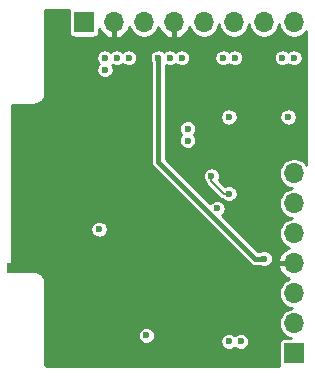
<source format=gbr>
G04 #@! TF.GenerationSoftware,KiCad,Pcbnew,(5.1.5)-3*
G04 #@! TF.CreationDate,2020-11-27T19:53:37+01:00*
G04 #@! TF.ProjectId,nRF52832-toyboard,6e524635-3238-4333-922d-746f79626f61,rev?*
G04 #@! TF.SameCoordinates,Original*
G04 #@! TF.FileFunction,Copper,L4,Bot*
G04 #@! TF.FilePolarity,Positive*
%FSLAX46Y46*%
G04 Gerber Fmt 4.6, Leading zero omitted, Abs format (unit mm)*
G04 Created by KiCad (PCBNEW (5.1.5)-3) date 2020-11-27 19:53:37*
%MOMM*%
%LPD*%
G04 APERTURE LIST*
%ADD10O,1.700000X1.700000*%
%ADD11R,1.700000X1.700000*%
%ADD12R,0.500000X0.900000*%
%ADD13C,0.600000*%
%ADD14C,0.400000*%
%ADD15C,0.200000*%
%ADD16C,0.254000*%
G04 APERTURE END LIST*
D10*
X154000000Y-98760000D03*
X154000000Y-101300000D03*
X154000000Y-103840000D03*
X154000000Y-106380000D03*
X154000000Y-108920000D03*
X154000000Y-111460000D03*
D11*
X154000000Y-114000000D03*
D10*
X154000000Y-86000000D03*
X151460000Y-86000000D03*
X148920000Y-86000000D03*
X146380000Y-86000000D03*
X143840000Y-86000000D03*
X141300000Y-86000000D03*
X138760000Y-86000000D03*
D11*
X136220000Y-86000000D03*
D12*
X130000000Y-106750000D03*
D13*
X133500000Y-114500000D03*
X133500000Y-109500000D03*
X133500000Y-85500000D03*
X133500000Y-88000000D03*
X130500000Y-93500000D03*
X130500000Y-97000000D03*
X130500000Y-99000000D03*
X130500000Y-101000000D03*
X130500000Y-103000000D03*
X154500000Y-91000000D03*
X154500000Y-92000000D03*
X149500000Y-91000000D03*
X149500000Y-92000000D03*
X130500000Y-95000000D03*
X150500000Y-110500000D03*
X151500000Y-111500000D03*
X151500000Y-112500000D03*
X150500000Y-109500000D03*
X136500000Y-108500000D03*
X136500000Y-109500000D03*
X143000000Y-111500000D03*
X143000000Y-112500000D03*
X151000000Y-104000000D03*
X151000000Y-96500000D03*
X148500000Y-106000000D03*
X145000000Y-91000000D03*
X145000000Y-92000000D03*
X145000000Y-93000000D03*
X145000000Y-94000000D03*
X148500000Y-101750000D03*
X134750000Y-111750000D03*
X140250000Y-114500000D03*
X146000000Y-105000000D03*
X133500000Y-105750000D03*
X134500000Y-106500000D03*
X135000000Y-104000000D03*
X136000000Y-105000000D03*
X134000000Y-103000000D03*
X132500000Y-103000000D03*
X131000000Y-106750000D03*
X133500000Y-112000000D03*
X136500000Y-107500000D03*
X132500000Y-106750000D03*
X139500000Y-88000000D03*
X138500000Y-88000000D03*
X135500000Y-95000000D03*
X134500000Y-95000000D03*
X146000000Y-106250000D03*
X146000000Y-107750000D03*
X142000000Y-105000000D03*
X142000000Y-106250000D03*
X143250000Y-106250000D03*
X144750000Y-106250000D03*
X144750000Y-105000000D03*
X143250000Y-105000000D03*
X146000000Y-109000000D03*
X142000000Y-109000000D03*
X142000000Y-107750000D03*
X143250000Y-107750000D03*
X144750000Y-107750000D03*
X144750000Y-109000000D03*
X143250000Y-109000000D03*
X142000000Y-114500000D03*
X149000000Y-114500000D03*
X151500000Y-114500000D03*
X154500000Y-96000000D03*
X154500000Y-94500000D03*
X135500000Y-107500000D03*
X144000000Y-88000000D03*
X143000000Y-88000000D03*
X137500000Y-103500000D03*
X145000000Y-95000000D03*
X145000000Y-96000000D03*
X148500000Y-94000000D03*
X153500000Y-94000000D03*
X141500000Y-112500000D03*
X148500000Y-113000000D03*
X149500000Y-113000000D03*
X147500000Y-101750000D03*
X140000000Y-89000000D03*
X139000000Y-89000000D03*
X138000000Y-89000000D03*
X138000000Y-90000000D03*
X143500000Y-89000000D03*
X144500000Y-89000000D03*
X142500000Y-89000000D03*
X154000000Y-89000000D03*
X153000000Y-89000000D03*
X148000000Y-89000000D03*
X149000000Y-89000000D03*
X151500000Y-106000000D03*
X148500000Y-100500000D03*
X147000000Y-99000000D03*
D14*
X150713998Y-106000000D02*
X151075736Y-106000000D01*
X142500000Y-97786002D02*
X150713998Y-106000000D01*
X151075736Y-106000000D02*
X151500000Y-106000000D01*
X142500000Y-89000000D02*
X142500000Y-97786002D01*
D15*
X148075736Y-100500000D02*
X148500000Y-100500000D01*
X147000000Y-99424264D02*
X148075736Y-100500000D01*
X147000000Y-99000000D02*
X147000000Y-99424264D01*
D16*
G36*
X134973595Y-84985804D02*
G01*
X134949178Y-85066293D01*
X134940934Y-85150000D01*
X134940934Y-86850000D01*
X134949178Y-86933707D01*
X134973595Y-87014196D01*
X135013245Y-87088376D01*
X135066605Y-87153395D01*
X135131624Y-87206755D01*
X135205804Y-87246405D01*
X135286293Y-87270822D01*
X135370000Y-87279066D01*
X137070000Y-87279066D01*
X137153707Y-87270822D01*
X137234196Y-87246405D01*
X137308376Y-87206755D01*
X137373395Y-87153395D01*
X137426755Y-87088376D01*
X137466405Y-87014196D01*
X137490822Y-86933707D01*
X137499066Y-86850000D01*
X137499066Y-86551438D01*
X137625705Y-86780713D01*
X137799810Y-86987002D01*
X138010814Y-87155361D01*
X138250609Y-87279320D01*
X138472791Y-87346715D01*
X138687000Y-87243108D01*
X138687000Y-86073000D01*
X138667000Y-86073000D01*
X138667000Y-85927000D01*
X138687000Y-85927000D01*
X138687000Y-85907000D01*
X138833000Y-85907000D01*
X138833000Y-85927000D01*
X138853000Y-85927000D01*
X138853000Y-86073000D01*
X138833000Y-86073000D01*
X138833000Y-87243108D01*
X139047209Y-87346715D01*
X139269391Y-87279320D01*
X139509186Y-87155361D01*
X139720190Y-86987002D01*
X139894295Y-86780713D01*
X140024809Y-86544422D01*
X140076307Y-86382706D01*
X140168337Y-86604886D01*
X140308089Y-86814040D01*
X140485960Y-86991911D01*
X140695114Y-87131663D01*
X140927513Y-87227926D01*
X141174226Y-87277000D01*
X141425774Y-87277000D01*
X141672487Y-87227926D01*
X141904886Y-87131663D01*
X142114040Y-86991911D01*
X142291911Y-86814040D01*
X142431663Y-86604886D01*
X142523693Y-86382706D01*
X142575191Y-86544422D01*
X142705705Y-86780713D01*
X142879810Y-86987002D01*
X143090814Y-87155361D01*
X143330609Y-87279320D01*
X143552791Y-87346715D01*
X143767000Y-87243108D01*
X143767000Y-86073000D01*
X143747000Y-86073000D01*
X143747000Y-85927000D01*
X143767000Y-85927000D01*
X143767000Y-85907000D01*
X143913000Y-85907000D01*
X143913000Y-85927000D01*
X143933000Y-85927000D01*
X143933000Y-86073000D01*
X143913000Y-86073000D01*
X143913000Y-87243108D01*
X144127209Y-87346715D01*
X144349391Y-87279320D01*
X144589186Y-87155361D01*
X144800190Y-86987002D01*
X144974295Y-86780713D01*
X145104809Y-86544422D01*
X145156307Y-86382706D01*
X145248337Y-86604886D01*
X145388089Y-86814040D01*
X145565960Y-86991911D01*
X145775114Y-87131663D01*
X146007513Y-87227926D01*
X146254226Y-87277000D01*
X146505774Y-87277000D01*
X146752487Y-87227926D01*
X146984886Y-87131663D01*
X147194040Y-86991911D01*
X147371911Y-86814040D01*
X147511663Y-86604886D01*
X147607926Y-86372487D01*
X147650000Y-86160966D01*
X147692074Y-86372487D01*
X147788337Y-86604886D01*
X147928089Y-86814040D01*
X148105960Y-86991911D01*
X148315114Y-87131663D01*
X148547513Y-87227926D01*
X148794226Y-87277000D01*
X149045774Y-87277000D01*
X149292487Y-87227926D01*
X149524886Y-87131663D01*
X149734040Y-86991911D01*
X149911911Y-86814040D01*
X150051663Y-86604886D01*
X150147926Y-86372487D01*
X150190000Y-86160966D01*
X150232074Y-86372487D01*
X150328337Y-86604886D01*
X150468089Y-86814040D01*
X150645960Y-86991911D01*
X150855114Y-87131663D01*
X151087513Y-87227926D01*
X151334226Y-87277000D01*
X151585774Y-87277000D01*
X151832487Y-87227926D01*
X152064886Y-87131663D01*
X152274040Y-86991911D01*
X152451911Y-86814040D01*
X152591663Y-86604886D01*
X152687926Y-86372487D01*
X152730000Y-86160966D01*
X152772074Y-86372487D01*
X152868337Y-86604886D01*
X153008089Y-86814040D01*
X153185960Y-86991911D01*
X153395114Y-87131663D01*
X153627513Y-87227926D01*
X153874226Y-87277000D01*
X154125774Y-87277000D01*
X154372487Y-87227926D01*
X154604886Y-87131663D01*
X154814040Y-86991911D01*
X154991911Y-86814040D01*
X155048001Y-86730095D01*
X155048001Y-98029904D01*
X154991911Y-97945960D01*
X154814040Y-97768089D01*
X154604886Y-97628337D01*
X154372487Y-97532074D01*
X154125774Y-97483000D01*
X153874226Y-97483000D01*
X153627513Y-97532074D01*
X153395114Y-97628337D01*
X153185960Y-97768089D01*
X153008089Y-97945960D01*
X152868337Y-98155114D01*
X152772074Y-98387513D01*
X152723000Y-98634226D01*
X152723000Y-98885774D01*
X152772074Y-99132487D01*
X152868337Y-99364886D01*
X153008089Y-99574040D01*
X153185960Y-99751911D01*
X153395114Y-99891663D01*
X153627513Y-99987926D01*
X153839034Y-100030000D01*
X153627513Y-100072074D01*
X153395114Y-100168337D01*
X153185960Y-100308089D01*
X153008089Y-100485960D01*
X152868337Y-100695114D01*
X152772074Y-100927513D01*
X152723000Y-101174226D01*
X152723000Y-101425774D01*
X152772074Y-101672487D01*
X152868337Y-101904886D01*
X153008089Y-102114040D01*
X153185960Y-102291911D01*
X153395114Y-102431663D01*
X153627513Y-102527926D01*
X153839034Y-102570000D01*
X153627513Y-102612074D01*
X153395114Y-102708337D01*
X153185960Y-102848089D01*
X153008089Y-103025960D01*
X152868337Y-103235114D01*
X152772074Y-103467513D01*
X152723000Y-103714226D01*
X152723000Y-103965774D01*
X152772074Y-104212487D01*
X152868337Y-104444886D01*
X153008089Y-104654040D01*
X153185960Y-104831911D01*
X153395114Y-104971663D01*
X153617294Y-105063693D01*
X153455578Y-105115191D01*
X153219287Y-105245705D01*
X153012998Y-105419810D01*
X152844639Y-105630814D01*
X152720680Y-105870609D01*
X152653285Y-106092791D01*
X152756892Y-106307000D01*
X153927000Y-106307000D01*
X153927000Y-106287000D01*
X154073000Y-106287000D01*
X154073000Y-106307000D01*
X154093000Y-106307000D01*
X154093000Y-106453000D01*
X154073000Y-106453000D01*
X154073000Y-106473000D01*
X153927000Y-106473000D01*
X153927000Y-106453000D01*
X152756892Y-106453000D01*
X152653285Y-106667209D01*
X152720680Y-106889391D01*
X152844639Y-107129186D01*
X153012998Y-107340190D01*
X153219287Y-107514295D01*
X153455578Y-107644809D01*
X153617294Y-107696307D01*
X153395114Y-107788337D01*
X153185960Y-107928089D01*
X153008089Y-108105960D01*
X152868337Y-108315114D01*
X152772074Y-108547513D01*
X152723000Y-108794226D01*
X152723000Y-109045774D01*
X152772074Y-109292487D01*
X152868337Y-109524886D01*
X153008089Y-109734040D01*
X153185960Y-109911911D01*
X153395114Y-110051663D01*
X153627513Y-110147926D01*
X153839034Y-110190000D01*
X153627513Y-110232074D01*
X153395114Y-110328337D01*
X153185960Y-110468089D01*
X153008089Y-110645960D01*
X152868337Y-110855114D01*
X152772074Y-111087513D01*
X152723000Y-111334226D01*
X152723000Y-111585774D01*
X152772074Y-111832487D01*
X152868337Y-112064886D01*
X153008089Y-112274040D01*
X153185960Y-112451911D01*
X153395114Y-112591663D01*
X153627513Y-112687926D01*
X153793456Y-112720934D01*
X153150000Y-112720934D01*
X153066293Y-112729178D01*
X152985804Y-112753595D01*
X152911624Y-112793245D01*
X152846605Y-112846605D01*
X152793245Y-112911624D01*
X152753595Y-112985804D01*
X152729178Y-113066293D01*
X152720934Y-113150000D01*
X152720934Y-114850000D01*
X152729178Y-114933707D01*
X152753595Y-115014196D01*
X152771664Y-115048000D01*
X133022106Y-115048000D01*
X132991098Y-115044960D01*
X132982535Y-115042374D01*
X132974638Y-115038176D01*
X132967703Y-115032519D01*
X132962004Y-115025630D01*
X132957748Y-115017760D01*
X132955103Y-115009216D01*
X132952000Y-114979689D01*
X132952000Y-112428397D01*
X140773000Y-112428397D01*
X140773000Y-112571603D01*
X140800938Y-112712058D01*
X140855741Y-112844364D01*
X140935302Y-112963436D01*
X141036564Y-113064698D01*
X141155636Y-113144259D01*
X141287942Y-113199062D01*
X141428397Y-113227000D01*
X141571603Y-113227000D01*
X141712058Y-113199062D01*
X141844364Y-113144259D01*
X141963436Y-113064698D01*
X142064698Y-112963436D01*
X142088110Y-112928397D01*
X147773000Y-112928397D01*
X147773000Y-113071603D01*
X147800938Y-113212058D01*
X147855741Y-113344364D01*
X147935302Y-113463436D01*
X148036564Y-113564698D01*
X148155636Y-113644259D01*
X148287942Y-113699062D01*
X148428397Y-113727000D01*
X148571603Y-113727000D01*
X148712058Y-113699062D01*
X148844364Y-113644259D01*
X148963436Y-113564698D01*
X149000000Y-113528134D01*
X149036564Y-113564698D01*
X149155636Y-113644259D01*
X149287942Y-113699062D01*
X149428397Y-113727000D01*
X149571603Y-113727000D01*
X149712058Y-113699062D01*
X149844364Y-113644259D01*
X149963436Y-113564698D01*
X150064698Y-113463436D01*
X150144259Y-113344364D01*
X150199062Y-113212058D01*
X150227000Y-113071603D01*
X150227000Y-112928397D01*
X150199062Y-112787942D01*
X150144259Y-112655636D01*
X150064698Y-112536564D01*
X149963436Y-112435302D01*
X149844364Y-112355741D01*
X149712058Y-112300938D01*
X149571603Y-112273000D01*
X149428397Y-112273000D01*
X149287942Y-112300938D01*
X149155636Y-112355741D01*
X149036564Y-112435302D01*
X149000000Y-112471866D01*
X148963436Y-112435302D01*
X148844364Y-112355741D01*
X148712058Y-112300938D01*
X148571603Y-112273000D01*
X148428397Y-112273000D01*
X148287942Y-112300938D01*
X148155636Y-112355741D01*
X148036564Y-112435302D01*
X147935302Y-112536564D01*
X147855741Y-112655636D01*
X147800938Y-112787942D01*
X147773000Y-112928397D01*
X142088110Y-112928397D01*
X142144259Y-112844364D01*
X142199062Y-112712058D01*
X142227000Y-112571603D01*
X142227000Y-112428397D01*
X142199062Y-112287942D01*
X142144259Y-112155636D01*
X142064698Y-112036564D01*
X141963436Y-111935302D01*
X141844364Y-111855741D01*
X141712058Y-111800938D01*
X141571603Y-111773000D01*
X141428397Y-111773000D01*
X141287942Y-111800938D01*
X141155636Y-111855741D01*
X141036564Y-111935302D01*
X140935302Y-112036564D01*
X140855741Y-112155636D01*
X140800938Y-112287942D01*
X140773000Y-112428397D01*
X132952000Y-112428397D01*
X132952000Y-107977795D01*
X132950107Y-107958573D01*
X132950128Y-107955544D01*
X132949512Y-107949263D01*
X132939312Y-107852215D01*
X132931077Y-107812097D01*
X132923398Y-107771843D01*
X132921574Y-107765801D01*
X132892718Y-107672582D01*
X132876831Y-107634789D01*
X132861495Y-107596830D01*
X132858532Y-107591257D01*
X132812119Y-107505420D01*
X132789212Y-107471458D01*
X132766779Y-107437178D01*
X132762798Y-107432298D01*
X132762790Y-107432286D01*
X132762781Y-107432277D01*
X132700588Y-107357099D01*
X132671526Y-107328238D01*
X132642860Y-107298965D01*
X132637997Y-107294942D01*
X132637994Y-107294939D01*
X132637990Y-107294937D01*
X132562376Y-107233266D01*
X132528240Y-107210586D01*
X132494446Y-107187447D01*
X132488895Y-107184445D01*
X132402734Y-107138634D01*
X132364896Y-107123038D01*
X132327208Y-107106885D01*
X132321179Y-107105019D01*
X132227761Y-107076814D01*
X132187566Y-107068855D01*
X132147500Y-107060339D01*
X132141229Y-107059680D01*
X132141226Y-107059679D01*
X132141223Y-107059679D01*
X132044106Y-107050157D01*
X132044105Y-107050157D01*
X132022205Y-107048000D01*
X130127000Y-107048000D01*
X130127000Y-103428397D01*
X136773000Y-103428397D01*
X136773000Y-103571603D01*
X136800938Y-103712058D01*
X136855741Y-103844364D01*
X136935302Y-103963436D01*
X137036564Y-104064698D01*
X137155636Y-104144259D01*
X137287942Y-104199062D01*
X137428397Y-104227000D01*
X137571603Y-104227000D01*
X137712058Y-104199062D01*
X137844364Y-104144259D01*
X137963436Y-104064698D01*
X138064698Y-103963436D01*
X138144259Y-103844364D01*
X138199062Y-103712058D01*
X138227000Y-103571603D01*
X138227000Y-103428397D01*
X138199062Y-103287942D01*
X138144259Y-103155636D01*
X138064698Y-103036564D01*
X137963436Y-102935302D01*
X137844364Y-102855741D01*
X137712058Y-102800938D01*
X137571603Y-102773000D01*
X137428397Y-102773000D01*
X137287942Y-102800938D01*
X137155636Y-102855741D01*
X137036564Y-102935302D01*
X136935302Y-103036564D01*
X136855741Y-103155636D01*
X136800938Y-103287942D01*
X136773000Y-103428397D01*
X130127000Y-103428397D01*
X130127000Y-92952000D01*
X132022205Y-92952000D01*
X132041427Y-92950107D01*
X132044456Y-92950128D01*
X132050737Y-92949512D01*
X132147786Y-92939312D01*
X132187917Y-92931074D01*
X132228157Y-92923398D01*
X132234199Y-92921574D01*
X132327418Y-92892718D01*
X132365211Y-92876831D01*
X132403170Y-92861495D01*
X132408732Y-92858538D01*
X132408740Y-92858534D01*
X132408747Y-92858529D01*
X132494580Y-92812119D01*
X132528526Y-92789222D01*
X132562822Y-92766779D01*
X132567707Y-92762794D01*
X132567713Y-92762790D01*
X132567718Y-92762785D01*
X132642901Y-92700589D01*
X132671781Y-92671507D01*
X132701035Y-92642860D01*
X132705058Y-92637997D01*
X132705061Y-92637994D01*
X132705063Y-92637990D01*
X132766734Y-92562376D01*
X132789412Y-92528243D01*
X132812553Y-92494447D01*
X132815545Y-92488911D01*
X132815552Y-92488901D01*
X132815556Y-92488891D01*
X132861366Y-92402734D01*
X132876962Y-92364896D01*
X132893115Y-92327208D01*
X132894981Y-92321179D01*
X132923186Y-92227761D01*
X132931148Y-92187552D01*
X132939661Y-92147499D01*
X132940321Y-92141223D01*
X132949843Y-92044105D01*
X132952000Y-92022205D01*
X132952000Y-88928397D01*
X137273000Y-88928397D01*
X137273000Y-89071603D01*
X137300938Y-89212058D01*
X137355741Y-89344364D01*
X137435302Y-89463436D01*
X137471866Y-89500000D01*
X137435302Y-89536564D01*
X137355741Y-89655636D01*
X137300938Y-89787942D01*
X137273000Y-89928397D01*
X137273000Y-90071603D01*
X137300938Y-90212058D01*
X137355741Y-90344364D01*
X137435302Y-90463436D01*
X137536564Y-90564698D01*
X137655636Y-90644259D01*
X137787942Y-90699062D01*
X137928397Y-90727000D01*
X138071603Y-90727000D01*
X138212058Y-90699062D01*
X138344364Y-90644259D01*
X138463436Y-90564698D01*
X138564698Y-90463436D01*
X138644259Y-90344364D01*
X138699062Y-90212058D01*
X138727000Y-90071603D01*
X138727000Y-89928397D01*
X138699062Y-89787942D01*
X138644259Y-89655636D01*
X138621350Y-89621350D01*
X138655636Y-89644259D01*
X138787942Y-89699062D01*
X138928397Y-89727000D01*
X139071603Y-89727000D01*
X139212058Y-89699062D01*
X139344364Y-89644259D01*
X139463436Y-89564698D01*
X139500000Y-89528134D01*
X139536564Y-89564698D01*
X139655636Y-89644259D01*
X139787942Y-89699062D01*
X139928397Y-89727000D01*
X140071603Y-89727000D01*
X140212058Y-89699062D01*
X140344364Y-89644259D01*
X140463436Y-89564698D01*
X140564698Y-89463436D01*
X140644259Y-89344364D01*
X140699062Y-89212058D01*
X140727000Y-89071603D01*
X140727000Y-88928397D01*
X141773000Y-88928397D01*
X141773000Y-89071603D01*
X141800938Y-89212058D01*
X141855741Y-89344364D01*
X141873000Y-89370194D01*
X141873001Y-97755198D01*
X141869967Y-97786002D01*
X141882073Y-97908914D01*
X141893311Y-97945960D01*
X141917926Y-98027105D01*
X141976148Y-98136030D01*
X142054500Y-98231503D01*
X142078423Y-98251136D01*
X150248864Y-106421578D01*
X150268497Y-106445501D01*
X150363970Y-106523853D01*
X150472895Y-106582075D01*
X150591085Y-106617927D01*
X150683204Y-106627000D01*
X150683205Y-106627000D01*
X150713997Y-106630033D01*
X150744789Y-106627000D01*
X151129806Y-106627000D01*
X151155636Y-106644259D01*
X151287942Y-106699062D01*
X151428397Y-106727000D01*
X151571603Y-106727000D01*
X151712058Y-106699062D01*
X151844364Y-106644259D01*
X151963436Y-106564698D01*
X152064698Y-106463436D01*
X152144259Y-106344364D01*
X152199062Y-106212058D01*
X152227000Y-106071603D01*
X152227000Y-105928397D01*
X152199062Y-105787942D01*
X152144259Y-105655636D01*
X152064698Y-105536564D01*
X151963436Y-105435302D01*
X151844364Y-105355741D01*
X151712058Y-105300938D01*
X151571603Y-105273000D01*
X151428397Y-105273000D01*
X151287942Y-105300938D01*
X151155636Y-105355741D01*
X151129806Y-105373000D01*
X150973710Y-105373000D01*
X147934645Y-102333935D01*
X147963436Y-102314698D01*
X148064698Y-102213436D01*
X148144259Y-102094364D01*
X148199062Y-101962058D01*
X148227000Y-101821603D01*
X148227000Y-101678397D01*
X148199062Y-101537942D01*
X148144259Y-101405636D01*
X148064698Y-101286564D01*
X147963436Y-101185302D01*
X147844364Y-101105741D01*
X147712058Y-101050938D01*
X147571603Y-101023000D01*
X147428397Y-101023000D01*
X147287942Y-101050938D01*
X147155636Y-101105741D01*
X147036564Y-101185302D01*
X146935302Y-101286564D01*
X146916065Y-101315355D01*
X144529107Y-98928397D01*
X146273000Y-98928397D01*
X146273000Y-99071603D01*
X146300938Y-99212058D01*
X146355741Y-99344364D01*
X146435302Y-99463436D01*
X146478571Y-99506705D01*
X146480626Y-99527573D01*
X146510761Y-99626913D01*
X146510762Y-99626914D01*
X146559697Y-99718466D01*
X146625553Y-99798712D01*
X146645662Y-99815215D01*
X147684785Y-100854339D01*
X147701288Y-100874448D01*
X147781534Y-100940304D01*
X147873086Y-100989239D01*
X147972426Y-101019374D01*
X147993295Y-101021429D01*
X148036564Y-101064698D01*
X148155636Y-101144259D01*
X148287942Y-101199062D01*
X148428397Y-101227000D01*
X148571603Y-101227000D01*
X148712058Y-101199062D01*
X148844364Y-101144259D01*
X148963436Y-101064698D01*
X149064698Y-100963436D01*
X149144259Y-100844364D01*
X149199062Y-100712058D01*
X149227000Y-100571603D01*
X149227000Y-100428397D01*
X149199062Y-100287942D01*
X149144259Y-100155636D01*
X149064698Y-100036564D01*
X148963436Y-99935302D01*
X148844364Y-99855741D01*
X148712058Y-99800938D01*
X148571603Y-99773000D01*
X148428397Y-99773000D01*
X148287942Y-99800938D01*
X148170578Y-99849552D01*
X147650448Y-99329423D01*
X147699062Y-99212058D01*
X147727000Y-99071603D01*
X147727000Y-98928397D01*
X147699062Y-98787942D01*
X147644259Y-98655636D01*
X147564698Y-98536564D01*
X147463436Y-98435302D01*
X147344364Y-98355741D01*
X147212058Y-98300938D01*
X147071603Y-98273000D01*
X146928397Y-98273000D01*
X146787942Y-98300938D01*
X146655636Y-98355741D01*
X146536564Y-98435302D01*
X146435302Y-98536564D01*
X146355741Y-98655636D01*
X146300938Y-98787942D01*
X146273000Y-98928397D01*
X144529107Y-98928397D01*
X143127000Y-97526291D01*
X143127000Y-94928397D01*
X144273000Y-94928397D01*
X144273000Y-95071603D01*
X144300938Y-95212058D01*
X144355741Y-95344364D01*
X144435302Y-95463436D01*
X144471866Y-95500000D01*
X144435302Y-95536564D01*
X144355741Y-95655636D01*
X144300938Y-95787942D01*
X144273000Y-95928397D01*
X144273000Y-96071603D01*
X144300938Y-96212058D01*
X144355741Y-96344364D01*
X144435302Y-96463436D01*
X144536564Y-96564698D01*
X144655636Y-96644259D01*
X144787942Y-96699062D01*
X144928397Y-96727000D01*
X145071603Y-96727000D01*
X145212058Y-96699062D01*
X145344364Y-96644259D01*
X145463436Y-96564698D01*
X145564698Y-96463436D01*
X145644259Y-96344364D01*
X145699062Y-96212058D01*
X145727000Y-96071603D01*
X145727000Y-95928397D01*
X145699062Y-95787942D01*
X145644259Y-95655636D01*
X145564698Y-95536564D01*
X145528134Y-95500000D01*
X145564698Y-95463436D01*
X145644259Y-95344364D01*
X145699062Y-95212058D01*
X145727000Y-95071603D01*
X145727000Y-94928397D01*
X145699062Y-94787942D01*
X145644259Y-94655636D01*
X145564698Y-94536564D01*
X145463436Y-94435302D01*
X145344364Y-94355741D01*
X145212058Y-94300938D01*
X145071603Y-94273000D01*
X144928397Y-94273000D01*
X144787942Y-94300938D01*
X144655636Y-94355741D01*
X144536564Y-94435302D01*
X144435302Y-94536564D01*
X144355741Y-94655636D01*
X144300938Y-94787942D01*
X144273000Y-94928397D01*
X143127000Y-94928397D01*
X143127000Y-93928397D01*
X147773000Y-93928397D01*
X147773000Y-94071603D01*
X147800938Y-94212058D01*
X147855741Y-94344364D01*
X147935302Y-94463436D01*
X148036564Y-94564698D01*
X148155636Y-94644259D01*
X148287942Y-94699062D01*
X148428397Y-94727000D01*
X148571603Y-94727000D01*
X148712058Y-94699062D01*
X148844364Y-94644259D01*
X148963436Y-94564698D01*
X149064698Y-94463436D01*
X149144259Y-94344364D01*
X149199062Y-94212058D01*
X149227000Y-94071603D01*
X149227000Y-93928397D01*
X152773000Y-93928397D01*
X152773000Y-94071603D01*
X152800938Y-94212058D01*
X152855741Y-94344364D01*
X152935302Y-94463436D01*
X153036564Y-94564698D01*
X153155636Y-94644259D01*
X153287942Y-94699062D01*
X153428397Y-94727000D01*
X153571603Y-94727000D01*
X153712058Y-94699062D01*
X153844364Y-94644259D01*
X153963436Y-94564698D01*
X154064698Y-94463436D01*
X154144259Y-94344364D01*
X154199062Y-94212058D01*
X154227000Y-94071603D01*
X154227000Y-93928397D01*
X154199062Y-93787942D01*
X154144259Y-93655636D01*
X154064698Y-93536564D01*
X153963436Y-93435302D01*
X153844364Y-93355741D01*
X153712058Y-93300938D01*
X153571603Y-93273000D01*
X153428397Y-93273000D01*
X153287942Y-93300938D01*
X153155636Y-93355741D01*
X153036564Y-93435302D01*
X152935302Y-93536564D01*
X152855741Y-93655636D01*
X152800938Y-93787942D01*
X152773000Y-93928397D01*
X149227000Y-93928397D01*
X149199062Y-93787942D01*
X149144259Y-93655636D01*
X149064698Y-93536564D01*
X148963436Y-93435302D01*
X148844364Y-93355741D01*
X148712058Y-93300938D01*
X148571603Y-93273000D01*
X148428397Y-93273000D01*
X148287942Y-93300938D01*
X148155636Y-93355741D01*
X148036564Y-93435302D01*
X147935302Y-93536564D01*
X147855741Y-93655636D01*
X147800938Y-93787942D01*
X147773000Y-93928397D01*
X143127000Y-93928397D01*
X143127000Y-89625125D01*
X143155636Y-89644259D01*
X143287942Y-89699062D01*
X143428397Y-89727000D01*
X143571603Y-89727000D01*
X143712058Y-89699062D01*
X143844364Y-89644259D01*
X143963436Y-89564698D01*
X144000000Y-89528134D01*
X144036564Y-89564698D01*
X144155636Y-89644259D01*
X144287942Y-89699062D01*
X144428397Y-89727000D01*
X144571603Y-89727000D01*
X144712058Y-89699062D01*
X144844364Y-89644259D01*
X144963436Y-89564698D01*
X145064698Y-89463436D01*
X145144259Y-89344364D01*
X145199062Y-89212058D01*
X145227000Y-89071603D01*
X145227000Y-88928397D01*
X147273000Y-88928397D01*
X147273000Y-89071603D01*
X147300938Y-89212058D01*
X147355741Y-89344364D01*
X147435302Y-89463436D01*
X147536564Y-89564698D01*
X147655636Y-89644259D01*
X147787942Y-89699062D01*
X147928397Y-89727000D01*
X148071603Y-89727000D01*
X148212058Y-89699062D01*
X148344364Y-89644259D01*
X148463436Y-89564698D01*
X148500000Y-89528134D01*
X148536564Y-89564698D01*
X148655636Y-89644259D01*
X148787942Y-89699062D01*
X148928397Y-89727000D01*
X149071603Y-89727000D01*
X149212058Y-89699062D01*
X149344364Y-89644259D01*
X149463436Y-89564698D01*
X149564698Y-89463436D01*
X149644259Y-89344364D01*
X149699062Y-89212058D01*
X149727000Y-89071603D01*
X149727000Y-88928397D01*
X152273000Y-88928397D01*
X152273000Y-89071603D01*
X152300938Y-89212058D01*
X152355741Y-89344364D01*
X152435302Y-89463436D01*
X152536564Y-89564698D01*
X152655636Y-89644259D01*
X152787942Y-89699062D01*
X152928397Y-89727000D01*
X153071603Y-89727000D01*
X153212058Y-89699062D01*
X153344364Y-89644259D01*
X153463436Y-89564698D01*
X153500000Y-89528134D01*
X153536564Y-89564698D01*
X153655636Y-89644259D01*
X153787942Y-89699062D01*
X153928397Y-89727000D01*
X154071603Y-89727000D01*
X154212058Y-89699062D01*
X154344364Y-89644259D01*
X154463436Y-89564698D01*
X154564698Y-89463436D01*
X154644259Y-89344364D01*
X154699062Y-89212058D01*
X154727000Y-89071603D01*
X154727000Y-88928397D01*
X154699062Y-88787942D01*
X154644259Y-88655636D01*
X154564698Y-88536564D01*
X154463436Y-88435302D01*
X154344364Y-88355741D01*
X154212058Y-88300938D01*
X154071603Y-88273000D01*
X153928397Y-88273000D01*
X153787942Y-88300938D01*
X153655636Y-88355741D01*
X153536564Y-88435302D01*
X153500000Y-88471866D01*
X153463436Y-88435302D01*
X153344364Y-88355741D01*
X153212058Y-88300938D01*
X153071603Y-88273000D01*
X152928397Y-88273000D01*
X152787942Y-88300938D01*
X152655636Y-88355741D01*
X152536564Y-88435302D01*
X152435302Y-88536564D01*
X152355741Y-88655636D01*
X152300938Y-88787942D01*
X152273000Y-88928397D01*
X149727000Y-88928397D01*
X149699062Y-88787942D01*
X149644259Y-88655636D01*
X149564698Y-88536564D01*
X149463436Y-88435302D01*
X149344364Y-88355741D01*
X149212058Y-88300938D01*
X149071603Y-88273000D01*
X148928397Y-88273000D01*
X148787942Y-88300938D01*
X148655636Y-88355741D01*
X148536564Y-88435302D01*
X148500000Y-88471866D01*
X148463436Y-88435302D01*
X148344364Y-88355741D01*
X148212058Y-88300938D01*
X148071603Y-88273000D01*
X147928397Y-88273000D01*
X147787942Y-88300938D01*
X147655636Y-88355741D01*
X147536564Y-88435302D01*
X147435302Y-88536564D01*
X147355741Y-88655636D01*
X147300938Y-88787942D01*
X147273000Y-88928397D01*
X145227000Y-88928397D01*
X145199062Y-88787942D01*
X145144259Y-88655636D01*
X145064698Y-88536564D01*
X144963436Y-88435302D01*
X144844364Y-88355741D01*
X144712058Y-88300938D01*
X144571603Y-88273000D01*
X144428397Y-88273000D01*
X144287942Y-88300938D01*
X144155636Y-88355741D01*
X144036564Y-88435302D01*
X144000000Y-88471866D01*
X143963436Y-88435302D01*
X143844364Y-88355741D01*
X143712058Y-88300938D01*
X143571603Y-88273000D01*
X143428397Y-88273000D01*
X143287942Y-88300938D01*
X143155636Y-88355741D01*
X143036564Y-88435302D01*
X143000000Y-88471866D01*
X142963436Y-88435302D01*
X142844364Y-88355741D01*
X142712058Y-88300938D01*
X142571603Y-88273000D01*
X142428397Y-88273000D01*
X142287942Y-88300938D01*
X142155636Y-88355741D01*
X142036564Y-88435302D01*
X141935302Y-88536564D01*
X141855741Y-88655636D01*
X141800938Y-88787942D01*
X141773000Y-88928397D01*
X140727000Y-88928397D01*
X140699062Y-88787942D01*
X140644259Y-88655636D01*
X140564698Y-88536564D01*
X140463436Y-88435302D01*
X140344364Y-88355741D01*
X140212058Y-88300938D01*
X140071603Y-88273000D01*
X139928397Y-88273000D01*
X139787942Y-88300938D01*
X139655636Y-88355741D01*
X139536564Y-88435302D01*
X139500000Y-88471866D01*
X139463436Y-88435302D01*
X139344364Y-88355741D01*
X139212058Y-88300938D01*
X139071603Y-88273000D01*
X138928397Y-88273000D01*
X138787942Y-88300938D01*
X138655636Y-88355741D01*
X138536564Y-88435302D01*
X138500000Y-88471866D01*
X138463436Y-88435302D01*
X138344364Y-88355741D01*
X138212058Y-88300938D01*
X138071603Y-88273000D01*
X137928397Y-88273000D01*
X137787942Y-88300938D01*
X137655636Y-88355741D01*
X137536564Y-88435302D01*
X137435302Y-88536564D01*
X137355741Y-88655636D01*
X137300938Y-88787942D01*
X137273000Y-88928397D01*
X132952000Y-88928397D01*
X132952000Y-85022106D01*
X132955040Y-84991098D01*
X132957626Y-84982532D01*
X132961823Y-84974640D01*
X132967480Y-84967704D01*
X132974373Y-84962002D01*
X132982239Y-84957749D01*
X132990784Y-84955103D01*
X133020312Y-84952000D01*
X134991664Y-84952000D01*
X134973595Y-84985804D01*
G37*
X134973595Y-84985804D02*
X134949178Y-85066293D01*
X134940934Y-85150000D01*
X134940934Y-86850000D01*
X134949178Y-86933707D01*
X134973595Y-87014196D01*
X135013245Y-87088376D01*
X135066605Y-87153395D01*
X135131624Y-87206755D01*
X135205804Y-87246405D01*
X135286293Y-87270822D01*
X135370000Y-87279066D01*
X137070000Y-87279066D01*
X137153707Y-87270822D01*
X137234196Y-87246405D01*
X137308376Y-87206755D01*
X137373395Y-87153395D01*
X137426755Y-87088376D01*
X137466405Y-87014196D01*
X137490822Y-86933707D01*
X137499066Y-86850000D01*
X137499066Y-86551438D01*
X137625705Y-86780713D01*
X137799810Y-86987002D01*
X138010814Y-87155361D01*
X138250609Y-87279320D01*
X138472791Y-87346715D01*
X138687000Y-87243108D01*
X138687000Y-86073000D01*
X138667000Y-86073000D01*
X138667000Y-85927000D01*
X138687000Y-85927000D01*
X138687000Y-85907000D01*
X138833000Y-85907000D01*
X138833000Y-85927000D01*
X138853000Y-85927000D01*
X138853000Y-86073000D01*
X138833000Y-86073000D01*
X138833000Y-87243108D01*
X139047209Y-87346715D01*
X139269391Y-87279320D01*
X139509186Y-87155361D01*
X139720190Y-86987002D01*
X139894295Y-86780713D01*
X140024809Y-86544422D01*
X140076307Y-86382706D01*
X140168337Y-86604886D01*
X140308089Y-86814040D01*
X140485960Y-86991911D01*
X140695114Y-87131663D01*
X140927513Y-87227926D01*
X141174226Y-87277000D01*
X141425774Y-87277000D01*
X141672487Y-87227926D01*
X141904886Y-87131663D01*
X142114040Y-86991911D01*
X142291911Y-86814040D01*
X142431663Y-86604886D01*
X142523693Y-86382706D01*
X142575191Y-86544422D01*
X142705705Y-86780713D01*
X142879810Y-86987002D01*
X143090814Y-87155361D01*
X143330609Y-87279320D01*
X143552791Y-87346715D01*
X143767000Y-87243108D01*
X143767000Y-86073000D01*
X143747000Y-86073000D01*
X143747000Y-85927000D01*
X143767000Y-85927000D01*
X143767000Y-85907000D01*
X143913000Y-85907000D01*
X143913000Y-85927000D01*
X143933000Y-85927000D01*
X143933000Y-86073000D01*
X143913000Y-86073000D01*
X143913000Y-87243108D01*
X144127209Y-87346715D01*
X144349391Y-87279320D01*
X144589186Y-87155361D01*
X144800190Y-86987002D01*
X144974295Y-86780713D01*
X145104809Y-86544422D01*
X145156307Y-86382706D01*
X145248337Y-86604886D01*
X145388089Y-86814040D01*
X145565960Y-86991911D01*
X145775114Y-87131663D01*
X146007513Y-87227926D01*
X146254226Y-87277000D01*
X146505774Y-87277000D01*
X146752487Y-87227926D01*
X146984886Y-87131663D01*
X147194040Y-86991911D01*
X147371911Y-86814040D01*
X147511663Y-86604886D01*
X147607926Y-86372487D01*
X147650000Y-86160966D01*
X147692074Y-86372487D01*
X147788337Y-86604886D01*
X147928089Y-86814040D01*
X148105960Y-86991911D01*
X148315114Y-87131663D01*
X148547513Y-87227926D01*
X148794226Y-87277000D01*
X149045774Y-87277000D01*
X149292487Y-87227926D01*
X149524886Y-87131663D01*
X149734040Y-86991911D01*
X149911911Y-86814040D01*
X150051663Y-86604886D01*
X150147926Y-86372487D01*
X150190000Y-86160966D01*
X150232074Y-86372487D01*
X150328337Y-86604886D01*
X150468089Y-86814040D01*
X150645960Y-86991911D01*
X150855114Y-87131663D01*
X151087513Y-87227926D01*
X151334226Y-87277000D01*
X151585774Y-87277000D01*
X151832487Y-87227926D01*
X152064886Y-87131663D01*
X152274040Y-86991911D01*
X152451911Y-86814040D01*
X152591663Y-86604886D01*
X152687926Y-86372487D01*
X152730000Y-86160966D01*
X152772074Y-86372487D01*
X152868337Y-86604886D01*
X153008089Y-86814040D01*
X153185960Y-86991911D01*
X153395114Y-87131663D01*
X153627513Y-87227926D01*
X153874226Y-87277000D01*
X154125774Y-87277000D01*
X154372487Y-87227926D01*
X154604886Y-87131663D01*
X154814040Y-86991911D01*
X154991911Y-86814040D01*
X155048001Y-86730095D01*
X155048001Y-98029904D01*
X154991911Y-97945960D01*
X154814040Y-97768089D01*
X154604886Y-97628337D01*
X154372487Y-97532074D01*
X154125774Y-97483000D01*
X153874226Y-97483000D01*
X153627513Y-97532074D01*
X153395114Y-97628337D01*
X153185960Y-97768089D01*
X153008089Y-97945960D01*
X152868337Y-98155114D01*
X152772074Y-98387513D01*
X152723000Y-98634226D01*
X152723000Y-98885774D01*
X152772074Y-99132487D01*
X152868337Y-99364886D01*
X153008089Y-99574040D01*
X153185960Y-99751911D01*
X153395114Y-99891663D01*
X153627513Y-99987926D01*
X153839034Y-100030000D01*
X153627513Y-100072074D01*
X153395114Y-100168337D01*
X153185960Y-100308089D01*
X153008089Y-100485960D01*
X152868337Y-100695114D01*
X152772074Y-100927513D01*
X152723000Y-101174226D01*
X152723000Y-101425774D01*
X152772074Y-101672487D01*
X152868337Y-101904886D01*
X153008089Y-102114040D01*
X153185960Y-102291911D01*
X153395114Y-102431663D01*
X153627513Y-102527926D01*
X153839034Y-102570000D01*
X153627513Y-102612074D01*
X153395114Y-102708337D01*
X153185960Y-102848089D01*
X153008089Y-103025960D01*
X152868337Y-103235114D01*
X152772074Y-103467513D01*
X152723000Y-103714226D01*
X152723000Y-103965774D01*
X152772074Y-104212487D01*
X152868337Y-104444886D01*
X153008089Y-104654040D01*
X153185960Y-104831911D01*
X153395114Y-104971663D01*
X153617294Y-105063693D01*
X153455578Y-105115191D01*
X153219287Y-105245705D01*
X153012998Y-105419810D01*
X152844639Y-105630814D01*
X152720680Y-105870609D01*
X152653285Y-106092791D01*
X152756892Y-106307000D01*
X153927000Y-106307000D01*
X153927000Y-106287000D01*
X154073000Y-106287000D01*
X154073000Y-106307000D01*
X154093000Y-106307000D01*
X154093000Y-106453000D01*
X154073000Y-106453000D01*
X154073000Y-106473000D01*
X153927000Y-106473000D01*
X153927000Y-106453000D01*
X152756892Y-106453000D01*
X152653285Y-106667209D01*
X152720680Y-106889391D01*
X152844639Y-107129186D01*
X153012998Y-107340190D01*
X153219287Y-107514295D01*
X153455578Y-107644809D01*
X153617294Y-107696307D01*
X153395114Y-107788337D01*
X153185960Y-107928089D01*
X153008089Y-108105960D01*
X152868337Y-108315114D01*
X152772074Y-108547513D01*
X152723000Y-108794226D01*
X152723000Y-109045774D01*
X152772074Y-109292487D01*
X152868337Y-109524886D01*
X153008089Y-109734040D01*
X153185960Y-109911911D01*
X153395114Y-110051663D01*
X153627513Y-110147926D01*
X153839034Y-110190000D01*
X153627513Y-110232074D01*
X153395114Y-110328337D01*
X153185960Y-110468089D01*
X153008089Y-110645960D01*
X152868337Y-110855114D01*
X152772074Y-111087513D01*
X152723000Y-111334226D01*
X152723000Y-111585774D01*
X152772074Y-111832487D01*
X152868337Y-112064886D01*
X153008089Y-112274040D01*
X153185960Y-112451911D01*
X153395114Y-112591663D01*
X153627513Y-112687926D01*
X153793456Y-112720934D01*
X153150000Y-112720934D01*
X153066293Y-112729178D01*
X152985804Y-112753595D01*
X152911624Y-112793245D01*
X152846605Y-112846605D01*
X152793245Y-112911624D01*
X152753595Y-112985804D01*
X152729178Y-113066293D01*
X152720934Y-113150000D01*
X152720934Y-114850000D01*
X152729178Y-114933707D01*
X152753595Y-115014196D01*
X152771664Y-115048000D01*
X133022106Y-115048000D01*
X132991098Y-115044960D01*
X132982535Y-115042374D01*
X132974638Y-115038176D01*
X132967703Y-115032519D01*
X132962004Y-115025630D01*
X132957748Y-115017760D01*
X132955103Y-115009216D01*
X132952000Y-114979689D01*
X132952000Y-112428397D01*
X140773000Y-112428397D01*
X140773000Y-112571603D01*
X140800938Y-112712058D01*
X140855741Y-112844364D01*
X140935302Y-112963436D01*
X141036564Y-113064698D01*
X141155636Y-113144259D01*
X141287942Y-113199062D01*
X141428397Y-113227000D01*
X141571603Y-113227000D01*
X141712058Y-113199062D01*
X141844364Y-113144259D01*
X141963436Y-113064698D01*
X142064698Y-112963436D01*
X142088110Y-112928397D01*
X147773000Y-112928397D01*
X147773000Y-113071603D01*
X147800938Y-113212058D01*
X147855741Y-113344364D01*
X147935302Y-113463436D01*
X148036564Y-113564698D01*
X148155636Y-113644259D01*
X148287942Y-113699062D01*
X148428397Y-113727000D01*
X148571603Y-113727000D01*
X148712058Y-113699062D01*
X148844364Y-113644259D01*
X148963436Y-113564698D01*
X149000000Y-113528134D01*
X149036564Y-113564698D01*
X149155636Y-113644259D01*
X149287942Y-113699062D01*
X149428397Y-113727000D01*
X149571603Y-113727000D01*
X149712058Y-113699062D01*
X149844364Y-113644259D01*
X149963436Y-113564698D01*
X150064698Y-113463436D01*
X150144259Y-113344364D01*
X150199062Y-113212058D01*
X150227000Y-113071603D01*
X150227000Y-112928397D01*
X150199062Y-112787942D01*
X150144259Y-112655636D01*
X150064698Y-112536564D01*
X149963436Y-112435302D01*
X149844364Y-112355741D01*
X149712058Y-112300938D01*
X149571603Y-112273000D01*
X149428397Y-112273000D01*
X149287942Y-112300938D01*
X149155636Y-112355741D01*
X149036564Y-112435302D01*
X149000000Y-112471866D01*
X148963436Y-112435302D01*
X148844364Y-112355741D01*
X148712058Y-112300938D01*
X148571603Y-112273000D01*
X148428397Y-112273000D01*
X148287942Y-112300938D01*
X148155636Y-112355741D01*
X148036564Y-112435302D01*
X147935302Y-112536564D01*
X147855741Y-112655636D01*
X147800938Y-112787942D01*
X147773000Y-112928397D01*
X142088110Y-112928397D01*
X142144259Y-112844364D01*
X142199062Y-112712058D01*
X142227000Y-112571603D01*
X142227000Y-112428397D01*
X142199062Y-112287942D01*
X142144259Y-112155636D01*
X142064698Y-112036564D01*
X141963436Y-111935302D01*
X141844364Y-111855741D01*
X141712058Y-111800938D01*
X141571603Y-111773000D01*
X141428397Y-111773000D01*
X141287942Y-111800938D01*
X141155636Y-111855741D01*
X141036564Y-111935302D01*
X140935302Y-112036564D01*
X140855741Y-112155636D01*
X140800938Y-112287942D01*
X140773000Y-112428397D01*
X132952000Y-112428397D01*
X132952000Y-107977795D01*
X132950107Y-107958573D01*
X132950128Y-107955544D01*
X132949512Y-107949263D01*
X132939312Y-107852215D01*
X132931077Y-107812097D01*
X132923398Y-107771843D01*
X132921574Y-107765801D01*
X132892718Y-107672582D01*
X132876831Y-107634789D01*
X132861495Y-107596830D01*
X132858532Y-107591257D01*
X132812119Y-107505420D01*
X132789212Y-107471458D01*
X132766779Y-107437178D01*
X132762798Y-107432298D01*
X132762790Y-107432286D01*
X132762781Y-107432277D01*
X132700588Y-107357099D01*
X132671526Y-107328238D01*
X132642860Y-107298965D01*
X132637997Y-107294942D01*
X132637994Y-107294939D01*
X132637990Y-107294937D01*
X132562376Y-107233266D01*
X132528240Y-107210586D01*
X132494446Y-107187447D01*
X132488895Y-107184445D01*
X132402734Y-107138634D01*
X132364896Y-107123038D01*
X132327208Y-107106885D01*
X132321179Y-107105019D01*
X132227761Y-107076814D01*
X132187566Y-107068855D01*
X132147500Y-107060339D01*
X132141229Y-107059680D01*
X132141226Y-107059679D01*
X132141223Y-107059679D01*
X132044106Y-107050157D01*
X132044105Y-107050157D01*
X132022205Y-107048000D01*
X130127000Y-107048000D01*
X130127000Y-103428397D01*
X136773000Y-103428397D01*
X136773000Y-103571603D01*
X136800938Y-103712058D01*
X136855741Y-103844364D01*
X136935302Y-103963436D01*
X137036564Y-104064698D01*
X137155636Y-104144259D01*
X137287942Y-104199062D01*
X137428397Y-104227000D01*
X137571603Y-104227000D01*
X137712058Y-104199062D01*
X137844364Y-104144259D01*
X137963436Y-104064698D01*
X138064698Y-103963436D01*
X138144259Y-103844364D01*
X138199062Y-103712058D01*
X138227000Y-103571603D01*
X138227000Y-103428397D01*
X138199062Y-103287942D01*
X138144259Y-103155636D01*
X138064698Y-103036564D01*
X137963436Y-102935302D01*
X137844364Y-102855741D01*
X137712058Y-102800938D01*
X137571603Y-102773000D01*
X137428397Y-102773000D01*
X137287942Y-102800938D01*
X137155636Y-102855741D01*
X137036564Y-102935302D01*
X136935302Y-103036564D01*
X136855741Y-103155636D01*
X136800938Y-103287942D01*
X136773000Y-103428397D01*
X130127000Y-103428397D01*
X130127000Y-92952000D01*
X132022205Y-92952000D01*
X132041427Y-92950107D01*
X132044456Y-92950128D01*
X132050737Y-92949512D01*
X132147786Y-92939312D01*
X132187917Y-92931074D01*
X132228157Y-92923398D01*
X132234199Y-92921574D01*
X132327418Y-92892718D01*
X132365211Y-92876831D01*
X132403170Y-92861495D01*
X132408732Y-92858538D01*
X132408740Y-92858534D01*
X132408747Y-92858529D01*
X132494580Y-92812119D01*
X132528526Y-92789222D01*
X132562822Y-92766779D01*
X132567707Y-92762794D01*
X132567713Y-92762790D01*
X132567718Y-92762785D01*
X132642901Y-92700589D01*
X132671781Y-92671507D01*
X132701035Y-92642860D01*
X132705058Y-92637997D01*
X132705061Y-92637994D01*
X132705063Y-92637990D01*
X132766734Y-92562376D01*
X132789412Y-92528243D01*
X132812553Y-92494447D01*
X132815545Y-92488911D01*
X132815552Y-92488901D01*
X132815556Y-92488891D01*
X132861366Y-92402734D01*
X132876962Y-92364896D01*
X132893115Y-92327208D01*
X132894981Y-92321179D01*
X132923186Y-92227761D01*
X132931148Y-92187552D01*
X132939661Y-92147499D01*
X132940321Y-92141223D01*
X132949843Y-92044105D01*
X132952000Y-92022205D01*
X132952000Y-88928397D01*
X137273000Y-88928397D01*
X137273000Y-89071603D01*
X137300938Y-89212058D01*
X137355741Y-89344364D01*
X137435302Y-89463436D01*
X137471866Y-89500000D01*
X137435302Y-89536564D01*
X137355741Y-89655636D01*
X137300938Y-89787942D01*
X137273000Y-89928397D01*
X137273000Y-90071603D01*
X137300938Y-90212058D01*
X137355741Y-90344364D01*
X137435302Y-90463436D01*
X137536564Y-90564698D01*
X137655636Y-90644259D01*
X137787942Y-90699062D01*
X137928397Y-90727000D01*
X138071603Y-90727000D01*
X138212058Y-90699062D01*
X138344364Y-90644259D01*
X138463436Y-90564698D01*
X138564698Y-90463436D01*
X138644259Y-90344364D01*
X138699062Y-90212058D01*
X138727000Y-90071603D01*
X138727000Y-89928397D01*
X138699062Y-89787942D01*
X138644259Y-89655636D01*
X138621350Y-89621350D01*
X138655636Y-89644259D01*
X138787942Y-89699062D01*
X138928397Y-89727000D01*
X139071603Y-89727000D01*
X139212058Y-89699062D01*
X139344364Y-89644259D01*
X139463436Y-89564698D01*
X139500000Y-89528134D01*
X139536564Y-89564698D01*
X139655636Y-89644259D01*
X139787942Y-89699062D01*
X139928397Y-89727000D01*
X140071603Y-89727000D01*
X140212058Y-89699062D01*
X140344364Y-89644259D01*
X140463436Y-89564698D01*
X140564698Y-89463436D01*
X140644259Y-89344364D01*
X140699062Y-89212058D01*
X140727000Y-89071603D01*
X140727000Y-88928397D01*
X141773000Y-88928397D01*
X141773000Y-89071603D01*
X141800938Y-89212058D01*
X141855741Y-89344364D01*
X141873000Y-89370194D01*
X141873001Y-97755198D01*
X141869967Y-97786002D01*
X141882073Y-97908914D01*
X141893311Y-97945960D01*
X141917926Y-98027105D01*
X141976148Y-98136030D01*
X142054500Y-98231503D01*
X142078423Y-98251136D01*
X150248864Y-106421578D01*
X150268497Y-106445501D01*
X150363970Y-106523853D01*
X150472895Y-106582075D01*
X150591085Y-106617927D01*
X150683204Y-106627000D01*
X150683205Y-106627000D01*
X150713997Y-106630033D01*
X150744789Y-106627000D01*
X151129806Y-106627000D01*
X151155636Y-106644259D01*
X151287942Y-106699062D01*
X151428397Y-106727000D01*
X151571603Y-106727000D01*
X151712058Y-106699062D01*
X151844364Y-106644259D01*
X151963436Y-106564698D01*
X152064698Y-106463436D01*
X152144259Y-106344364D01*
X152199062Y-106212058D01*
X152227000Y-106071603D01*
X152227000Y-105928397D01*
X152199062Y-105787942D01*
X152144259Y-105655636D01*
X152064698Y-105536564D01*
X151963436Y-105435302D01*
X151844364Y-105355741D01*
X151712058Y-105300938D01*
X151571603Y-105273000D01*
X151428397Y-105273000D01*
X151287942Y-105300938D01*
X151155636Y-105355741D01*
X151129806Y-105373000D01*
X150973710Y-105373000D01*
X147934645Y-102333935D01*
X147963436Y-102314698D01*
X148064698Y-102213436D01*
X148144259Y-102094364D01*
X148199062Y-101962058D01*
X148227000Y-101821603D01*
X148227000Y-101678397D01*
X148199062Y-101537942D01*
X148144259Y-101405636D01*
X148064698Y-101286564D01*
X147963436Y-101185302D01*
X147844364Y-101105741D01*
X147712058Y-101050938D01*
X147571603Y-101023000D01*
X147428397Y-101023000D01*
X147287942Y-101050938D01*
X147155636Y-101105741D01*
X147036564Y-101185302D01*
X146935302Y-101286564D01*
X146916065Y-101315355D01*
X144529107Y-98928397D01*
X146273000Y-98928397D01*
X146273000Y-99071603D01*
X146300938Y-99212058D01*
X146355741Y-99344364D01*
X146435302Y-99463436D01*
X146478571Y-99506705D01*
X146480626Y-99527573D01*
X146510761Y-99626913D01*
X146510762Y-99626914D01*
X146559697Y-99718466D01*
X146625553Y-99798712D01*
X146645662Y-99815215D01*
X147684785Y-100854339D01*
X147701288Y-100874448D01*
X147781534Y-100940304D01*
X147873086Y-100989239D01*
X147972426Y-101019374D01*
X147993295Y-101021429D01*
X148036564Y-101064698D01*
X148155636Y-101144259D01*
X148287942Y-101199062D01*
X148428397Y-101227000D01*
X148571603Y-101227000D01*
X148712058Y-101199062D01*
X148844364Y-101144259D01*
X148963436Y-101064698D01*
X149064698Y-100963436D01*
X149144259Y-100844364D01*
X149199062Y-100712058D01*
X149227000Y-100571603D01*
X149227000Y-100428397D01*
X149199062Y-100287942D01*
X149144259Y-100155636D01*
X149064698Y-100036564D01*
X148963436Y-99935302D01*
X148844364Y-99855741D01*
X148712058Y-99800938D01*
X148571603Y-99773000D01*
X148428397Y-99773000D01*
X148287942Y-99800938D01*
X148170578Y-99849552D01*
X147650448Y-99329423D01*
X147699062Y-99212058D01*
X147727000Y-99071603D01*
X147727000Y-98928397D01*
X147699062Y-98787942D01*
X147644259Y-98655636D01*
X147564698Y-98536564D01*
X147463436Y-98435302D01*
X147344364Y-98355741D01*
X147212058Y-98300938D01*
X147071603Y-98273000D01*
X146928397Y-98273000D01*
X146787942Y-98300938D01*
X146655636Y-98355741D01*
X146536564Y-98435302D01*
X146435302Y-98536564D01*
X146355741Y-98655636D01*
X146300938Y-98787942D01*
X146273000Y-98928397D01*
X144529107Y-98928397D01*
X143127000Y-97526291D01*
X143127000Y-94928397D01*
X144273000Y-94928397D01*
X144273000Y-95071603D01*
X144300938Y-95212058D01*
X144355741Y-95344364D01*
X144435302Y-95463436D01*
X144471866Y-95500000D01*
X144435302Y-95536564D01*
X144355741Y-95655636D01*
X144300938Y-95787942D01*
X144273000Y-95928397D01*
X144273000Y-96071603D01*
X144300938Y-96212058D01*
X144355741Y-96344364D01*
X144435302Y-96463436D01*
X144536564Y-96564698D01*
X144655636Y-96644259D01*
X144787942Y-96699062D01*
X144928397Y-96727000D01*
X145071603Y-96727000D01*
X145212058Y-96699062D01*
X145344364Y-96644259D01*
X145463436Y-96564698D01*
X145564698Y-96463436D01*
X145644259Y-96344364D01*
X145699062Y-96212058D01*
X145727000Y-96071603D01*
X145727000Y-95928397D01*
X145699062Y-95787942D01*
X145644259Y-95655636D01*
X145564698Y-95536564D01*
X145528134Y-95500000D01*
X145564698Y-95463436D01*
X145644259Y-95344364D01*
X145699062Y-95212058D01*
X145727000Y-95071603D01*
X145727000Y-94928397D01*
X145699062Y-94787942D01*
X145644259Y-94655636D01*
X145564698Y-94536564D01*
X145463436Y-94435302D01*
X145344364Y-94355741D01*
X145212058Y-94300938D01*
X145071603Y-94273000D01*
X144928397Y-94273000D01*
X144787942Y-94300938D01*
X144655636Y-94355741D01*
X144536564Y-94435302D01*
X144435302Y-94536564D01*
X144355741Y-94655636D01*
X144300938Y-94787942D01*
X144273000Y-94928397D01*
X143127000Y-94928397D01*
X143127000Y-93928397D01*
X147773000Y-93928397D01*
X147773000Y-94071603D01*
X147800938Y-94212058D01*
X147855741Y-94344364D01*
X147935302Y-94463436D01*
X148036564Y-94564698D01*
X148155636Y-94644259D01*
X148287942Y-94699062D01*
X148428397Y-94727000D01*
X148571603Y-94727000D01*
X148712058Y-94699062D01*
X148844364Y-94644259D01*
X148963436Y-94564698D01*
X149064698Y-94463436D01*
X149144259Y-94344364D01*
X149199062Y-94212058D01*
X149227000Y-94071603D01*
X149227000Y-93928397D01*
X152773000Y-93928397D01*
X152773000Y-94071603D01*
X152800938Y-94212058D01*
X152855741Y-94344364D01*
X152935302Y-94463436D01*
X153036564Y-94564698D01*
X153155636Y-94644259D01*
X153287942Y-94699062D01*
X153428397Y-94727000D01*
X153571603Y-94727000D01*
X153712058Y-94699062D01*
X153844364Y-94644259D01*
X153963436Y-94564698D01*
X154064698Y-94463436D01*
X154144259Y-94344364D01*
X154199062Y-94212058D01*
X154227000Y-94071603D01*
X154227000Y-93928397D01*
X154199062Y-93787942D01*
X154144259Y-93655636D01*
X154064698Y-93536564D01*
X153963436Y-93435302D01*
X153844364Y-93355741D01*
X153712058Y-93300938D01*
X153571603Y-93273000D01*
X153428397Y-93273000D01*
X153287942Y-93300938D01*
X153155636Y-93355741D01*
X153036564Y-93435302D01*
X152935302Y-93536564D01*
X152855741Y-93655636D01*
X152800938Y-93787942D01*
X152773000Y-93928397D01*
X149227000Y-93928397D01*
X149199062Y-93787942D01*
X149144259Y-93655636D01*
X149064698Y-93536564D01*
X148963436Y-93435302D01*
X148844364Y-93355741D01*
X148712058Y-93300938D01*
X148571603Y-93273000D01*
X148428397Y-93273000D01*
X148287942Y-93300938D01*
X148155636Y-93355741D01*
X148036564Y-93435302D01*
X147935302Y-93536564D01*
X147855741Y-93655636D01*
X147800938Y-93787942D01*
X147773000Y-93928397D01*
X143127000Y-93928397D01*
X143127000Y-89625125D01*
X143155636Y-89644259D01*
X143287942Y-89699062D01*
X143428397Y-89727000D01*
X143571603Y-89727000D01*
X143712058Y-89699062D01*
X143844364Y-89644259D01*
X143963436Y-89564698D01*
X144000000Y-89528134D01*
X144036564Y-89564698D01*
X144155636Y-89644259D01*
X144287942Y-89699062D01*
X144428397Y-89727000D01*
X144571603Y-89727000D01*
X144712058Y-89699062D01*
X144844364Y-89644259D01*
X144963436Y-89564698D01*
X145064698Y-89463436D01*
X145144259Y-89344364D01*
X145199062Y-89212058D01*
X145227000Y-89071603D01*
X145227000Y-88928397D01*
X147273000Y-88928397D01*
X147273000Y-89071603D01*
X147300938Y-89212058D01*
X147355741Y-89344364D01*
X147435302Y-89463436D01*
X147536564Y-89564698D01*
X147655636Y-89644259D01*
X147787942Y-89699062D01*
X147928397Y-89727000D01*
X148071603Y-89727000D01*
X148212058Y-89699062D01*
X148344364Y-89644259D01*
X148463436Y-89564698D01*
X148500000Y-89528134D01*
X148536564Y-89564698D01*
X148655636Y-89644259D01*
X148787942Y-89699062D01*
X148928397Y-89727000D01*
X149071603Y-89727000D01*
X149212058Y-89699062D01*
X149344364Y-89644259D01*
X149463436Y-89564698D01*
X149564698Y-89463436D01*
X149644259Y-89344364D01*
X149699062Y-89212058D01*
X149727000Y-89071603D01*
X149727000Y-88928397D01*
X152273000Y-88928397D01*
X152273000Y-89071603D01*
X152300938Y-89212058D01*
X152355741Y-89344364D01*
X152435302Y-89463436D01*
X152536564Y-89564698D01*
X152655636Y-89644259D01*
X152787942Y-89699062D01*
X152928397Y-89727000D01*
X153071603Y-89727000D01*
X153212058Y-89699062D01*
X153344364Y-89644259D01*
X153463436Y-89564698D01*
X153500000Y-89528134D01*
X153536564Y-89564698D01*
X153655636Y-89644259D01*
X153787942Y-89699062D01*
X153928397Y-89727000D01*
X154071603Y-89727000D01*
X154212058Y-89699062D01*
X154344364Y-89644259D01*
X154463436Y-89564698D01*
X154564698Y-89463436D01*
X154644259Y-89344364D01*
X154699062Y-89212058D01*
X154727000Y-89071603D01*
X154727000Y-88928397D01*
X154699062Y-88787942D01*
X154644259Y-88655636D01*
X154564698Y-88536564D01*
X154463436Y-88435302D01*
X154344364Y-88355741D01*
X154212058Y-88300938D01*
X154071603Y-88273000D01*
X153928397Y-88273000D01*
X153787942Y-88300938D01*
X153655636Y-88355741D01*
X153536564Y-88435302D01*
X153500000Y-88471866D01*
X153463436Y-88435302D01*
X153344364Y-88355741D01*
X153212058Y-88300938D01*
X153071603Y-88273000D01*
X152928397Y-88273000D01*
X152787942Y-88300938D01*
X152655636Y-88355741D01*
X152536564Y-88435302D01*
X152435302Y-88536564D01*
X152355741Y-88655636D01*
X152300938Y-88787942D01*
X152273000Y-88928397D01*
X149727000Y-88928397D01*
X149699062Y-88787942D01*
X149644259Y-88655636D01*
X149564698Y-88536564D01*
X149463436Y-88435302D01*
X149344364Y-88355741D01*
X149212058Y-88300938D01*
X149071603Y-88273000D01*
X148928397Y-88273000D01*
X148787942Y-88300938D01*
X148655636Y-88355741D01*
X148536564Y-88435302D01*
X148500000Y-88471866D01*
X148463436Y-88435302D01*
X148344364Y-88355741D01*
X148212058Y-88300938D01*
X148071603Y-88273000D01*
X147928397Y-88273000D01*
X147787942Y-88300938D01*
X147655636Y-88355741D01*
X147536564Y-88435302D01*
X147435302Y-88536564D01*
X147355741Y-88655636D01*
X147300938Y-88787942D01*
X147273000Y-88928397D01*
X145227000Y-88928397D01*
X145199062Y-88787942D01*
X145144259Y-88655636D01*
X145064698Y-88536564D01*
X144963436Y-88435302D01*
X144844364Y-88355741D01*
X144712058Y-88300938D01*
X144571603Y-88273000D01*
X144428397Y-88273000D01*
X144287942Y-88300938D01*
X144155636Y-88355741D01*
X144036564Y-88435302D01*
X144000000Y-88471866D01*
X143963436Y-88435302D01*
X143844364Y-88355741D01*
X143712058Y-88300938D01*
X143571603Y-88273000D01*
X143428397Y-88273000D01*
X143287942Y-88300938D01*
X143155636Y-88355741D01*
X143036564Y-88435302D01*
X143000000Y-88471866D01*
X142963436Y-88435302D01*
X142844364Y-88355741D01*
X142712058Y-88300938D01*
X142571603Y-88273000D01*
X142428397Y-88273000D01*
X142287942Y-88300938D01*
X142155636Y-88355741D01*
X142036564Y-88435302D01*
X141935302Y-88536564D01*
X141855741Y-88655636D01*
X141800938Y-88787942D01*
X141773000Y-88928397D01*
X140727000Y-88928397D01*
X140699062Y-88787942D01*
X140644259Y-88655636D01*
X140564698Y-88536564D01*
X140463436Y-88435302D01*
X140344364Y-88355741D01*
X140212058Y-88300938D01*
X140071603Y-88273000D01*
X139928397Y-88273000D01*
X139787942Y-88300938D01*
X139655636Y-88355741D01*
X139536564Y-88435302D01*
X139500000Y-88471866D01*
X139463436Y-88435302D01*
X139344364Y-88355741D01*
X139212058Y-88300938D01*
X139071603Y-88273000D01*
X138928397Y-88273000D01*
X138787942Y-88300938D01*
X138655636Y-88355741D01*
X138536564Y-88435302D01*
X138500000Y-88471866D01*
X138463436Y-88435302D01*
X138344364Y-88355741D01*
X138212058Y-88300938D01*
X138071603Y-88273000D01*
X137928397Y-88273000D01*
X137787942Y-88300938D01*
X137655636Y-88355741D01*
X137536564Y-88435302D01*
X137435302Y-88536564D01*
X137355741Y-88655636D01*
X137300938Y-88787942D01*
X137273000Y-88928397D01*
X132952000Y-88928397D01*
X132952000Y-85022106D01*
X132955040Y-84991098D01*
X132957626Y-84982532D01*
X132961823Y-84974640D01*
X132967480Y-84967704D01*
X132974373Y-84962002D01*
X132982239Y-84957749D01*
X132990784Y-84955103D01*
X133020312Y-84952000D01*
X134991664Y-84952000D01*
X134973595Y-84985804D01*
M02*

</source>
